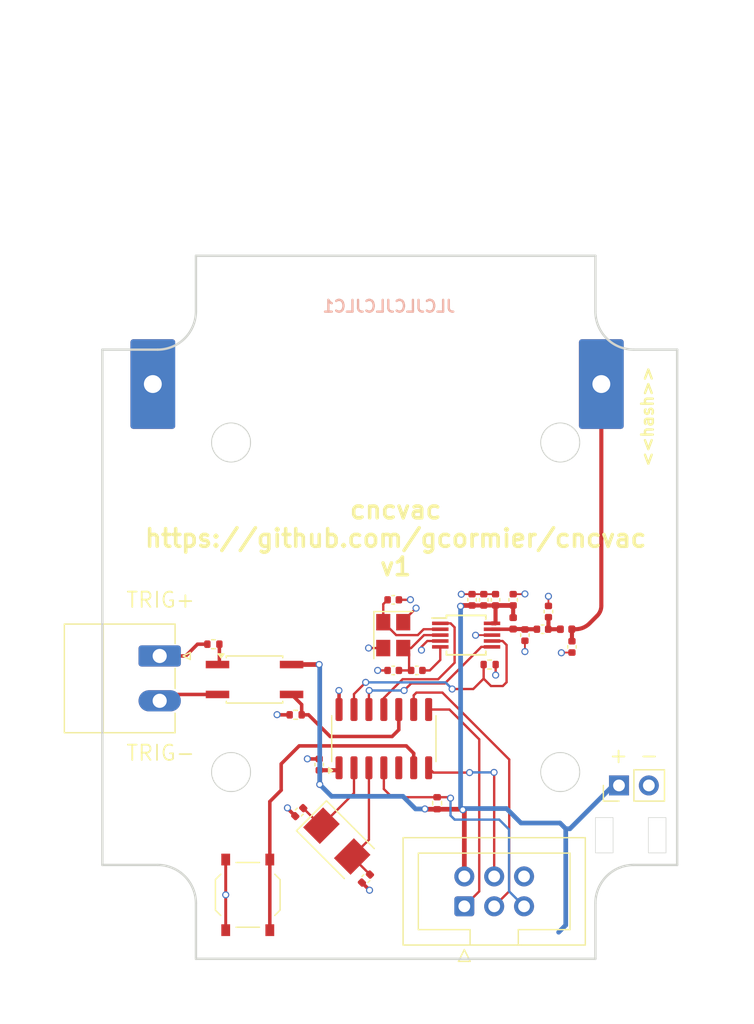
<source format=kicad_pcb>
(kicad_pcb (version 20240108) (generator "pcbnew") (generator_version "8.0")
  (layers (0 "F.Cu" signal) (1 "In1.Cu" signal) (2 "In2.Cu" signal) (31 "B.Cu" signal) (34 "B.Paste" user) (35 "F.Paste" user) (36 "B.SilkS" user "B.Silkscreen") (37 "F.SilkS" user "F.Silkscreen") (38 "B.Mask" user) (39 "F.Mask" user) (44 "Edge.Cuts" user))
  (net 0 "")
  (net 1 "VDD")
  (net 2 "Net-(C14-Pad1)")
  (net 3 "Net-(U1-XTAL1{slash}PB0)")
  (net 4 "Net-(U2-PAOUT)")
  (net 5 "/MISO")
  (net 6 "/SCK")
  (net 7 "/MOSI")
  (net 8 "/RST")
  (net 9 "/EN")
  (net 10 "/ASK")
  (net 11 "/FSK")
  (net 12 "Net-(U1-XTAL2{slash}PB1)")
  (net 13 "Net-(U2-XTLIN)")
  (net 14 "Net-(U2-XTLOUT)")
  (net 15 "Net-(U2-XTAL_MOD)")
  (net 16 "Net-(SW1-A)")
  (net 18 "GND")
  (net 19 "/TRIG+")
  (net 20 "/TRIG-")
  (net 21 "/EXT_TRIG")
  (net 22 "Net-(R4-Pad1)")
  (net 24 "Net-(AE1-Pad2)")
  (footprint "Connector_PinHeader_2.54mm:PinHeader_1x02_P2.54mm_Vertical" (layer "F.Cu") (at 77.519314 83.069377 90)
    (property "Reference" "BT1" (hide yes))
    (property "Value" "Battery")
    (fp_line (start -1.33 -1.33) (end 0 -1.33) (stroke (width 0.12)) (layer "F.SilkS"))
    (fp_line (start -1.33 0) (end -1.33 -1.33) (stroke (width 0.12)) (layer "F.SilkS"))
    (fp_line (start 1.33 1.27) (end 1.33 3.87) (stroke (width 0.12)) (layer "F.SilkS"))
    (fp_line (start -1.33 1.27) (end 1.33 1.27) (stroke (width 0.12)) (layer "F.SilkS"))
    (fp_line (start -1.33 1.27) (end -1.33 3.87) (stroke (width 0.12)) (layer "F.SilkS"))
    (fp_line (start -1.33 3.87) (end 1.33 3.87) (stroke (width 0.12)) (layer "F.SilkS"))
    (pad "1" thru_hole rect (at 0 0 90) (size 1.7 1.7) (drill 1) (layers "*.Cu" "*.Mask") (net 1 "VDD"))
    (pad "2" thru_hole oval (at 0 2.54 90) (size 1.7 1.7) (drill 1) (layers "*.Cu" "*.Mask") (net 18 "GND"))
  )
  (footprint "Capacitor_SMD:C_0402_1005Metric" (layer "F.Cu") (at 58.319314 73.298131 180)
    (property "Reference" "C9" (hide yes))
    (property "Value" "18pF")
    (fp_line (start -0.107836 0.36) (end 0.107836 0.36) (stroke (width 0.12)) (layer "F.SilkS"))
    (fp_line (start -0.107836 -0.36) (end 0.107836 -0.36) (stroke (width 0.12)) (layer "F.SilkS"))
    (pad "1" smd roundrect (at -0.48 0 180) (size 0.56 0.62) (layers "F.Cu" "F.Paste" "F.Mask") (net 14 "Net-(U2-XTLOUT)"))
    (pad "2" smd roundrect (at 0.48 0 180) (size 0.56 0.62) (layers "F.Cu" "F.Paste" "F.Mask") (net 18 "GND"))
  )
  (footprint "Capacitor_SMD:C_0402_1005Metric" (layer "F.Cu") (at 68.519314 67.298131 90)
    (property "Reference" "C12" (hide yes))
    (property "Value" "DNP")
    (fp_line (start -0.107836 -0.36) (end 0.107836 -0.36) (stroke (width 0.12)) (layer "F.SilkS"))
    (fp_line (start -0.107836 0.36) (end 0.107836 0.36) (stroke (width 0.12)) (layer "F.SilkS"))
    (pad "1" smd roundrect (at -0.48 0 90) (size 0.56 0.62) (layers "F.Cu" "F.Paste" "F.Mask") (net 1 "VDD"))
    (pad "2" smd roundrect (at 0.48 0 90) (size 0.56 0.62) (layers "F.Cu" "F.Paste" "F.Mask") (net 18 "GND"))
  )
  (footprint "Capacitor_SMD:C_0402_1005Metric" (layer "F.Cu") (at 69.519314 70.298131 -90)
    (property "Reference" "C11" (hide yes))
    (property "Value" "DNP")
    (fp_line (start -0.107836 0.36) (end 0.107836 0.36) (stroke (width 0.12)) (layer "F.SilkS"))
    (fp_line (start -0.107836 -0.36) (end 0.107836 -0.36) (stroke (width 0.12)) (layer "F.SilkS"))
    (pad "1" smd roundrect (at -0.48 0 270) (size 0.56 0.62) (layers "F.Cu" "F.Paste" "F.Mask") (net 4 "Net-(U2-PAOUT)"))
    (pad "2" smd roundrect (at 0.48 0 270) (size 0.56 0.62) (layers "F.Cu" "F.Paste" "F.Mask") (net 18 "GND"))
  )
  (footprint "Capacitor_SMD:C_0402_1005Metric" (layer "F.Cu") (at 71.019314 69.798131 180)
    (property "Reference" "C5" (hide yes))
    (property "Value" "10pF")
    (fp_line (start -0.107836 0.36) (end 0.107836 0.36) (stroke (width 0.12)) (layer "F.SilkS"))
    (fp_line (start -0.107836 -0.36) (end 0.107836 -0.36) (stroke (width 0.12)) (layer "F.SilkS"))
    (pad "1" smd roundrect (at -0.48 0 180) (size 0.56 0.62) (layers "F.Cu" "F.Paste" "F.Mask") (net 2 "Net-(C14-Pad1)"))
    (pad "2" smd roundrect (at 0.48 0 180) (size 0.56 0.62) (layers "F.Cu" "F.Paste" "F.Mask") (net 4 "Net-(U2-PAOUT)"))
  )
  (footprint "Capacitor_SMD:C_0402_1005Metric" (layer "F.Cu") (at 66.019314 67.298131 90)
    (property "Reference" "C10" (hide yes))
    (property "Value" "0.1uF 50V")
    (fp_line (start -0.107836 -0.36) (end 0.107836 -0.36) (stroke (width 0.12)) (layer "F.SilkS"))
    (fp_line (start -0.107836 0.36) (end 0.107836 0.36) (stroke (width 0.12)) (layer "F.SilkS"))
    (pad "1" smd roundrect (at -0.48 0 90) (size 0.56 0.62) (layers "F.Cu" "F.Paste" "F.Mask") (net 1 "VDD"))
    (pad "2" smd roundrect (at 0.48 0 90) (size 0.56 0.62) (layers "F.Cu" "F.Paste" "F.Mask") (net 18 "GND"))
  )
  (footprint "Inductor_SMD:L_0402_1005Metric" (layer "F.Cu") (at 68.519314 69.298131 90)
    (property "Reference" "L1" (hide yes))
    (property "Value" "470nH")
    (pad "1" smd roundrect (at -0.485 0 90) (size 0.59 0.64) (layers "F.Cu" "F.Paste" "F.Mask") (net 4 "Net-(U2-PAOUT)"))
    (pad "2" smd roundrect (at 0.485 0 90) (size 0.59 0.64) (layers "F.Cu" "F.Paste" "F.Mask") (net 1 "VDD"))
  )
  (footprint "Inductor_SMD:L_0402_1005Metric" (layer "F.Cu") (at 73.019314 69.798131)
    (property "Reference" "L2" (hide yes))
    (property "Value" "82nH")
    (pad "1" smd roundrect (at -0.485 0) (size 0.59 0.64) (layers "F.Cu" "F.Paste" "F.Mask") (net 2 "Net-(C14-Pad1)"))
    (pad "2" smd roundrect (at 0.485 0) (size 0.59 0.64) (layers "F.Cu" "F.Paste" "F.Mask") (net 24 "Net-(AE1-Pad2)"))
  )
  (footprint "Package_SO:MSOP-10_3x3mm_P0.5mm" (layer "F.Cu") (at 64.519314 70.298131)
    (property "Reference" "U2" (hide yes))
    (property "Value" "MICRF112YMM")
    (fp_line (start -1.675 -1.675) (end -1.675 -1.45) (stroke (width 0.15)) (layer "F.SilkS"))
    (fp_line (start -1.675 -1.675) (end 1.675 -1.675) (stroke (width 0.15)) (layer "F.SilkS"))
    (fp_line (start -1.675 -1.45) (end -2.9 -1.45) (stroke (width 0.15)) (layer "F.SilkS"))
    (fp_line (start -1.675 1.675) (end -1.675 1.375) (stroke (width 0.15)) (layer "F.SilkS"))
    (fp_line (start -1.675 1.675) (end 1.675 1.675) (stroke (width 0.15)) (layer "F.SilkS"))
    (fp_line (start 1.675 -1.675) (end 1.675 -1.375) (stroke (width 0.15)) (layer "F.SilkS"))
    (fp_line (start 1.675 1.675) (end 1.675 1.375) (stroke (width 0.15)) (layer "F.SilkS"))
    (pad "1" smd rect (at -2.2 -1) (size 1.4 0.3) (layers "F.Cu" "F.Paste" "F.Mask") (net 10 "/ASK"))
    (pad "2" smd rect (at -2.2 -0.5) (size 1.4 0.3) (layers "F.Cu" "F.Paste" "F.Mask") (net 13 "Net-(U2-XTLIN)"))
    (pad "3" smd rect (at -2.2 0) (size 1.4 0.3) (layers "F.Cu" "F.Paste" "F.Mask") (net 14 "Net-(U2-XTLOUT)"))
    (pad "4" smd rect (at -2.2 0.5) (size 1.4 0.3) (layers "F.Cu" "F.Paste" "F.Mask") (net 18 "GND"))
    (pad "5" smd rect (at -2.2 1) (size 1.4 0.3) (layers "F.Cu" "F.Paste" "F.Mask") (net 15 "Net-(U2-XTAL_MOD)"))
    (pad "6" smd rect (at 2.2 1) (size 1.4 0.3) (layers "F.Cu" "F.Paste" "F.Mask") (net 11 "/FSK"))
    (pad "7" smd rect (at 2.2 0.5) (size 1.4 0.3) (layers "F.Cu" "F.Paste" "F.Mask") (net 9 "/EN"))
    (pad "8" smd rect (at 2.2 0) (size 1.4 0.3) (layers "F.Cu" "F.Paste" "F.Mask") (net 18 "GND"))
    (pad "9" smd rect (at 2.2 -0.5) (size 1.4 0.3) (layers "F.Cu" "F.Paste" "F.Mask") (net 4 "Net-(U2-PAOUT)"))
    (pad "10" smd rect (at 2.2 -1) (size 1.4 0.3) (layers "F.Cu" "F.Paste" "F.Mask") (net 1 "VDD"))
  )
  (footprint "Resistor_SMD:R_0402_1005Metric" (layer "F.Cu") (at 66.519314 72.798131)
    (property "Reference" "R2" (hide yes))
    (property "Value" "100k")
    (fp_line (start -0.153641 -0.38) (end 0.153641 -0.38) (stroke (width 0.12)) (layer "F.SilkS"))
    (fp_line (start -0.153641 0.38) (end 0.153641 0.38) (stroke (width 0.12)) (layer "F.SilkS"))
    (pad "1" smd roundrect (at -0.51 0) (size 0.54 0.64) (layers "F.Cu" "F.Paste" "F.Mask") (net 9 "/EN"))
    (pad "2" smd roundrect (at 0.51 0) (size 0.54 0.64) (layers "F.Cu" "F.Paste" "F.Mask") (net 18 "GND"))
  )
  (footprint "Crystal:Crystal_SMD_3225-4Pin_3.2x2.5mm" (layer "F.Cu") (at 58.319314 70.298131 -90)
    (property "Reference" "Y1" (hide yes))
    (property "Value" "13.56MHz")
    (fp_line (start -2 1.65) (end 2 1.65) (stroke (width 0.12)) (layer "F.SilkS"))
    (fp_line (start -2 -1.65) (end -2 1.65) (stroke (width 0.12)) (layer "F.SilkS"))
    (pad "1" smd rect (at -1.1 0.85 270) (size 1.4 1.2) (layers "F.Cu" "F.Paste" "F.Mask") (net 13 "Net-(U2-XTLIN)"))
    (pad "2" smd rect (at 1.1 0.85 270) (size 1.4 1.2) (layers "F.Cu" "F.Paste" "F.Mask") (net 18 "GND"))
    (pad "3" smd rect (at 1.1 -0.85 270) (size 1.4 1.2) (layers "F.Cu" "F.Paste" "F.Mask") (net 14 "Net-(U2-XTLOUT)"))
    (pad "4" smd rect (at -1.1 -0.85 270) (size 1.4 1.2) (layers "F.Cu" "F.Paste" "F.Mask") (net 18 "GND"))
  )
  (footprint "Capacitor_SMD:C_0402_1005Metric" (layer "F.Cu") (at 73.519314 71.298131 -90)
    (property "Reference" "C7" (hide yes))
    (property "Value" "6.8pF")
    (fp_line (start -0.107836 0.36) (end 0.107836 0.36) (stroke (width 0.12)) (layer "F.SilkS"))
    (fp_line (start -0.107836 -0.36) (end 0.107836 -0.36) (stroke (width 0.12)) (layer "F.SilkS"))
    (pad "1" smd roundrect (at -0.48 0 270) (size 0.56 0.62) (layers "F.Cu" "F.Paste" "F.Mask") (net 24 "Net-(AE1-Pad2)"))
    (pad "2" smd roundrect (at 0.48 0 270) (size 0.56 0.62) (layers "F.Cu" "F.Paste" "F.Mask") (net 18 "GND"))
  )
  (footprint "Button_Switch_SMD:SW_Push_1P1T_XKB_TS-1187A" (layer "F.Cu") (at 45.944314 92.364377 -90)
    (property "Reference" "SW1" (hide yes))
    (property "Value" "SW_SPST")
    (fp_line (start -1.3 2.75) (end 1.3 2.75) (stroke (width 0.12)) (layer "F.SilkS"))
    (fp_line (start -1.75 2.3) (end -1.3 2.75) (stroke (width 0.12)) (layer "F.SilkS"))
    (fp_line (start 1.75 2.3) (end 1.3 2.75) (stroke (width 0.12)) (layer "F.SilkS"))
    (fp_line (start -2.75 -1) (end -2.75 1) (stroke (width 0.12)) (layer "F.SilkS"))
    (fp_line (start 2.75 -1) (end 2.75 1) (stroke (width 0.12)) (layer "F.SilkS"))
    (fp_line (start -1.75 -2.3) (end -1.3 -2.75) (stroke (width 0.12)) (layer "F.SilkS"))
    (fp_line (start 1.75 -2.3) (end 1.3 -2.75) (stroke (width 0.12)) (layer "F.SilkS"))
    (fp_line (start -1.3 -2.75) (end 1.3 -2.75) (stroke (width 0.12)) (layer "F.SilkS"))
    (pad "1" smd rect (at -3 -1.875 270) (size 1 0.75) (layers "F.Cu" "F.Paste" "F.Mask") (net 16 "Net-(SW1-A)"))
    (pad "1" smd rect (at 3 -1.875 270) (size 1 0.75) (layers "F.Cu" "F.Paste" "F.Mask") (net 16 "Net-(SW1-A)"))
    (pad "2" smd rect (at -3 1.875 270) (size 1 0.75) (layers "F.Cu" "F.Paste" "F.Mask") (net 18 "GND"))
    (pad "2" smd rect (at 3 1.875 270) (size 1 0.75) (layers "F.Cu" "F.Paste" "F.Mask") (net 18 "GND"))
  )
  (footprint "Crystal:Crystal_SMD_5032-2Pin_5.0x3.2mm" (layer "F.Cu") (at 53.519314 87.798131 -45)
    (property "Reference" "Y2" (hide yes))
    (property "Value" "8MHz")
    (fp_line (start -3.05 1.8) (end 2.7 1.8) (stroke (width 0.12)) (layer "F.SilkS"))
    (fp_line (start -3.05 -1.8) (end -3.05 1.8) (stroke (width 0.12)) (layer "F.SilkS"))
    (fp_line (start 2.7 -1.8) (end -3.05 -1.8) (stroke (width 0.12)) (layer "F.SilkS"))
    (pad "1" smd rect (at -1.850001 0 315) (size 2 2.4) (layers "F.Cu" "F.Paste" "F.Mask") (net 3 "Net-(U1-XTAL1{slash}PB0)"))
    (pad "2" smd rect (at 1.850001 0 315) (size 2 2.4) (layers "F.Cu" "F.Paste" "F.Mask") (net 12 "Net-(U1-XTAL2{slash}PB1)"))
  )
  (footprint "cncvac:ANT-433-HETH" (layer "F.Cu") (at 56.944314 49.019377)
    (property "Reference" "AE1" (hide yes))
    (property "Value" "ANTENNA")
    (pad "1" thru_hole roundrect (at -19.075 -0.05) (size 3.81 7.62) (drill 1.52) (layers "*.Cu" "*.Mask") (roundrect_rratio 0.0656167979))
    (pad "2" thru_hole roundrect (at 19.075 -0.05) (size 3.81 7.62) (drill 1.52) (layers "*.Cu" "*.Mask") (roundrect_rratio 0.0656167979) (net 24 "Net-(AE1-Pad2)"))
  )
  (footprint "Connector_IDC:IDC-Header_2x03_P2.54mm_Vertical" (layer "F.Cu") (at 64.364314 93.338131 90)
    (property "Reference" "J1" (hide yes))
    (property "Value" "AVR-ISP-6")
    (fp_line (start 5.83 -5.21) (end 5.83 10.29) (stroke (width 0.12)) (layer "F.SilkS"))
    (fp_line (start -3.29 -5.21) (end 5.83 -5.21) (stroke (width 0.12)) (layer "F.SilkS"))
    (fp_line (start 4.52 -3.91) (end 4.52 8.99) (stroke (width 0.12)) (layer "F.SilkS"))
    (fp_line (start -1.98 -3.91) (end 4.52 -3.91) (stroke (width 0.12)) (layer "F.SilkS"))
    (fp_line (start -4.68 -0.5) (end -4.68 0.5) (stroke (width 0.12)) (layer "F.SilkS"))
    (fp_line (start -3.68 0) (end -4.68 -0.5) (stroke (width 0.12)) (layer "F.SilkS"))
    (fp_line (start -1.98 0.49) (end -1.98 -3.91) (stroke (width 0.12)) (layer "F.SilkS"))
    (fp_line (start -3.29 0.49) (end -1.98 0.49) (stroke (width 0.12)) (layer "F.SilkS"))
    (fp_line (start -4.68 0.5) (end -3.68 0) (stroke (width 0.12)) (layer "F.SilkS"))
    (fp_line (start -1.98 4.59) (end -1.98 4.59) (stroke (width 0.12)) (layer "F.SilkS"))
    (fp_line (start -1.98 4.59) (end -3.29 4.59) (stroke (width 0.12)) (layer "F.SilkS"))
    (fp_line (start 4.52 8.99) (end -1.98 8.99) (stroke (width 0.12)) (layer "F.SilkS"))
    (fp_line (start -1.98 8.99) (end -1.98 4.59) (stroke (width 0.12)) (layer "F.SilkS"))
    (fp_line (start 5.83 10.29) (end -3.29 10.29) (stroke (width 0.12)) (layer "F.SilkS"))
    (fp_line (start -3.29 10.29) (end -3.29 -5.21) (stroke (width 0.12)) (layer "F.SilkS"))
    (pad "1" thru_hole roundrect (at 0 0 90) (size 1.7 1.7) (drill 1) (layers "*.Cu" "*.Mask") (roundrect_rratio 0.147059) (net 5 "/MISO"))
    (pad "2" thru_hole circle (at 2.54 0 90) (size 1.7 1.7) (drill 1) (layers "*.Cu" "*.Mask") (net 1 "VDD"))
    (pad "3" thru_hole circle (at 0 2.54 90) (size 1.7 1.7) (drill 1) (layers "*.Cu" "*.Mask") (net 6 "/SCK"))
    (pad "4" thru_hole circle (at 2.54 2.54 90) (size 1.7 1.7) (drill 1) (layers "*.Cu" "*.Mask") (net 7 "/MOSI"))
    (pad "5" thru_hole circle (at 0 5.08 90) (size 1.7 1.7) (drill 1) (layers "*.Cu" "*.Mask") (net 8 "/RST"))
    (pad "6" thru_hole circle (at 2.54 5.08 90) (size 1.7 1.7) (drill 1) (layers "*.Cu" "*.Mask") (net 18 "GND"))
  )
  (footprint "MountingHole:MountingHole_3.2mm_M3" (layer "F.Cu") (at 44.524648 81.933754 180)
    (property "Reference" "H3" (hide yes))
    (property "Value" "MountingHole")
    (pad "" np_thru_hole circle (at 0 0 180) (size 3.2 3.2) (drill 3.2) (layers "*.Cu" "*.Mask"))
  )
  (footprint "MountingHole:MountingHole_3.2mm_M3" (layer "F.Cu") (at 72.524648 53.933754 180)
    (property "Reference" "H1" (hide yes))
    (property "Value" "MountingHole")
    (pad "" np_thru_hole circle (at 0 0 180) (size 3.2 3.2) (drill 3.2) (layers "*.Cu" "*.Mask"))
  )
  (footprint "Resistor_SMD:R_0402_1005Metric" (layer "F.Cu") (at 50.019314 77.069377 180)
    (property "Reference" "R3" (hide yes))
    (property "Value" "100k")
    (fp_line (start -0.153641 0.38) (end 0.153641 0.38) (stroke (width 0.12)) (layer "F.SilkS"))
    (fp_line (start -0.153641 -0.38) (end 0.153641 -0.38) (stroke (width 0.12)) (layer "F.SilkS"))
    (pad "1" smd roundrect (at -0.51 0 180) (size 0.54 0.64) (layers "F.Cu" "F.Paste" "F.Mask") (net 21 "/EXT_TRIG"))
    (pad "2" smd roundrect (at 0.51 0 180) (size 0.54 0.64) (layers "F.Cu" "F.Paste" "F.Mask") (net 18 "GND"))
  )
  (footprint "Capacitor_SMD:C_0402_1005Metric" (layer "F.Cu") (at 65.019314 67.298131 90)
    (property "Reference" "C1" (hide yes))
    (property "Value" "10uF 6.3V")
    (fp_line (start -0.107836 -0.36) (end 0.107836 -0.36) (stroke (width 0.12)) (layer "F.SilkS"))
    (fp_line (start -0.107836 0.36) (end 0.107836 0.36) (stroke (width 0.12)) (layer "F.SilkS"))
    (pad "1" smd roundrect (at -0.48 0 90) (size 0.56 0.62) (layers "F.Cu" "F.Paste" "F.Mask") (net 1 "VDD"))
    (pad "2" smd roundrect (at 0.48 0 90) (size 0.56 0.62) (layers "F.Cu" "F.Paste" "F.Mask") (net 18 "GND"))
  )
  (footprint "Connector_Phoenix_MC:PhoenixContact_MC_1,5_2-G-3.81_1x02_P3.81mm_Horizontal" (layer "F.Cu") (at 38.451814 72.069377 -90)
    (property "Reference" "J2" (hide yes))
    (property "Value" "24VAC")
    (fp_line (start -2.71 8.11) (end 6.52 8.11) (stroke (width 0.12)) (layer "F.SilkS"))
    (fp_line (start 6.52 8.11) (end 6.52 -1.31) (stroke (width 0.12)) (layer "F.SilkS"))
    (fp_line (start -2.71 4.8) (end 6.52 4.8) (stroke (width 0.12)) (layer "F.SilkS"))
    (fp_line (start -2.71 -1.31) (end -2.71 8.11) (stroke (width 0.12)) (layer "F.SilkS"))
    (fp_line (start -2.71 -1.31) (end -1.05 -1.31) (stroke (width 0.12)) (layer "F.SilkS"))
    (fp_line (start 1.05 -1.31) (end 2.76 -1.31) (stroke (width 0.12)) (layer "F.SilkS"))
    (fp_line (start 6.52 -1.31) (end 4.86 -1.31) (stroke (width 0.12)) (layer "F.SilkS"))
    (fp_line (start 0 -2) (end -0.3 -2.6) (stroke (width 0.12)) (layer "F.SilkS"))
    (fp_line (start -0.3 -2.6) (end 0.3 -2.6) (stroke (width 0.12)) (layer "F.SilkS"))
    (fp_line (start 0.3 -2.6) (end 0 -2) (stroke (width 0.12)) (layer "F.SilkS"))
    (pad "1" thru_hole roundrect (at 0 0 270) (size 1.8 3.6) (drill 1.2) (layers "*.Cu" "*.Mask") (roundrect_rratio 0.138889) (net 19 "/TRIG+"))
    (pad "2" thru_hole oval (at 3.81 0 270) (size 1.8 3.6) (drill 1.2) (layers "*.Cu" "*.Mask") (net 20 "/TRIG-"))
  )
  (footprint "Package_SO:SO-4_4.4x3.6mm_P2.54mm" (layer "F.Cu") (at 46.519314 74.069377)
    (property "Reference" "U3" (hide yes))
    (property "Value" "LTV-357T")
    (fp_line (start -2.4 -2) (end 2.4 -2) (stroke (width 0.12)) (layer "F.SilkS"))
    (fp_line (start -2.4 -1.85) (end -2.4 -2) (stroke (width 0.12)) (layer "F.SilkS"))
    (fp_line (start -2.4 2) (end -2.4 1.85) (stroke (width 0.12)) (layer "F.SilkS"))
    (fp_line (start 2.4 -2) (end 2.4 -1.85) (stroke (width 0.12)) (layer "F.SilkS"))
    (fp_line (start 2.4 1.85) (end 2.4 2) (stroke (width 0.12)) (layer "F.SilkS"))
    (fp_line (start 2.4 2) (end -2.4 2) (stroke (width 0.12)) (layer "F.SilkS"))
    (fp_poly (pts (xy -2.85 -1.85) (xy -3.09 -2.18) (xy -2.61 -2.18) (xy -2.85 -1.85)) (stroke (width 0.12)) (fill solid) (layer "F.SilkS"))
    (pad "1" smd rect (at -3.15 -1.27) (size 2 0.64) (layers "F.Cu" "F.Paste" "F.Mask") (net 22 "Net-(R4-Pad1)"))
    (pad "2" smd rect (at -3.15 1.27) (size 2 0.64) (layers "F.Cu" "F.Paste" "F.Mask") (net 20 "/TRIG-"))
    (pad "3" smd rect (at 3.15 1.27) (size 2 0.64) (layers "F.Cu" "F.Paste" "F.Mask") (net 21 "/EXT_TRIG"))
    (pad "4" smd rect (at 3.15 -1.27) (size 2 0.64) (layers "F.Cu" "F.Paste" "F.Mask") (net 1 "VDD"))
  )
  (footprint "Capacitor_SMD:C_0402_1005Metric" (layer "F.Cu") (at 55.994188 90.980111 -135)
    (property "Reference" "C6" (hide yes))
    (property "Value" "22pF")
    (fp_line (start -0.107836 0.36) (end 0.107836 0.36) (stroke (width 0.12)) (layer "F.SilkS"))
    (fp_line (start -0.107836 -0.36) (end 0.107836 -0.36) (stroke (width 0.12)) (layer "F.SilkS"))
    (pad "1" smd roundrect (at -0.48 0 225) (size 0.56 0.62) (layers "F.Cu" "F.Paste" "F.Mask") (net 12 "Net-(U1-XTAL2{slash}PB1)"))
    (pad "2" smd roundrect (at 0.48 0 225) (size 0.56 0.62) (layers "F.Cu" "F.Paste" "F.Mask") (net 18 "GND"))
  )
  (footprint "Capacitor_SMD:C_0402_1005Metric" (layer "F.Cu") (at 58.319314 67.298131)
    (property "Reference" "C8" (hide yes))
    (property "Value" "18pF")
    (fp_line (start -0.107836 -0.36) (end 0.107836 -0.36) (stroke (width 0.12)) (layer "F.SilkS"))
    (fp_line (start -0.107836 0.36) (end 0.107836 0.36) (stroke (width 0.12)) (layer "F.SilkS"))
    (pad "1" smd roundrect (at -0.48 0) (size 0.56 0.62) (layers "F.Cu" "F.Paste" "F.Mask") (net 13 "Net-(U2-XTLIN)"))
    (pad "2" smd roundrect (at 0.48 0) (size 0.56 0.62) (layers "F.Cu" "F.Paste" "F.Mask") (net 18 "GND"))
  )
  (footprint "Resistor_SMD:R_0402_1005Metric" (layer "F.Cu") (at 62.051013 84.579648 -90)
    (property "Reference" "R1" (hide yes))
    (property "Value" "100k")
    (fp_line (start -0.153641 0.38) (end 0.153641 0.38) (stroke (width 0.12)) (layer "F.SilkS"))
    (fp_line (start -0.153641 -0.38) (end 0.153641 -0.38) (stroke (width 0.12)) (layer "F.SilkS"))
    (pad "1" smd roundrect (at -0.51 0 270) (size 0.54 0.64) (layers "F.Cu" "F.Paste" "F.Mask") (net 8 "/RST"))
    (pad "2" smd roundrect (at 0.51 0 270) (size 0.54 0.64) (layers "F.Cu" "F.Paste" "F.Mask") (net 1 "VDD"))
  )
  (footprint "Capacitor_SMD:C_0402_1005Metric" (layer "F.Cu") (at 60.319314 73.298131)
    (property "Reference" "C13" (hide yes))
    (property "Value" "10pF")
    (fp_line (start -0.107836 -0.36) (end 0.107836 -0.36) (stroke (width 0.12)) (layer "F.SilkS"))
    (fp_line (start -0.107836 0.36) (end 0.107836 0.36) (stroke (width 0.12)) (layer "F.SilkS"))
    (pad "1" smd roundrect (at -0.48 0) (size 0.56 0.62) (layers "F.Cu" "F.Paste" "F.Mask") (net 14 "Net-(U2-XTLOUT)"))
    (pad "2" smd roundrect (at 0.48 0) (size 0.56 0.62) (layers "F.Cu" "F.Paste" "F.Mask") (net 15 "Net-(U2-XTAL_MOD)"))
  )
  (footprint "Package_SO:SOIC-14_3.9x8.7mm_P1.27mm" (layer "F.Cu") (at 57.519314 79.094377 90)
    (property "Reference" "U1" (hide yes))
    (property "Value" "ATtiny841-SS")
    (fp_line (start 0 -4.435) (end 1.95 -4.435) (stroke (width 0.12)) (layer "F.SilkS"))
    (fp_line (start 0 -4.435) (end -1.95 -4.435) (stroke (width 0.12)) (layer "F.SilkS"))
    (fp_line (start 0 4.435) (end 1.95 4.435) (stroke (width 0.12)) (layer "F.SilkS"))
    (fp_line (start 0 4.435) (end -1.95 4.435) (stroke (width 0.12)) (layer "F.SilkS"))
    (fp_poly (pts (xy -2.7 -4.37) (xy -2.94 -4.7) (xy -2.46 -4.7) (xy -2.7 -4.37)) (stroke (width 0.12)) (fill solid) (layer "F.SilkS"))
    (pad "1" smd roundrect (at -2.475 -3.81 90) (size 1.95 0.6) (layers "F.Cu" "F.Paste" "F.Mask") (net 1 "VDD"))
    (pad "2" smd roundrect (at -2.475 -2.54 90) (size 1.95 0.6) (layers "F.Cu" "F.Paste" "F.Mask") (net 3 "Net-(U1-XTAL1{slash}PB0)"))
    (pad "3" smd roundrect (at -2.475 -1.27 90) (size 1.95 0.6) (layers "F.Cu" "F.Paste" "F.Mask") (net 12 "Net-(U1-XTAL2{slash}PB1)"))
    (pad "4" smd roundrect (at -2.475 0 90) (size 1.95 0.6) (layers "F.Cu" "F.Paste" "F.Mask") (net 8 "/RST"))
    (pad "5" smd roundrect (at -2.475 1.27 90) (size 1.95 0.6) (layers "F.Cu" "F.Paste" "F.Mask"))
    (pad "6" smd roundrect (at -2.475 2.54 90) (size 1.95 0.6) (layers "F.Cu" "F.Paste" "F.Mask") (net 16 "Net-(SW1-A)"))
    (pad "7" smd roundrect (at -2.475 3.81 90) (size 1.95 0.6) (layers "F.Cu" "F.Paste" "F.Mask") (net 7 "/MOSI"))
    (pad "8" smd roundrect (at 2.475 3.81 90) (size 1.95 0.6) (layers "F.Cu" "F.Paste" "F.Mask") (net 5 "/MISO"))
    (pad "9" smd roundrect (at 2.475 2.54 90) (size 1.95 0.6) (layers "F.Cu" "F.Paste" "F.Mask") (net 6 "/SCK"))
    (pad "10" smd roundrect (at 2.475 1.27 90) (size 1.95 0.6) (layers "F.Cu" "F.Paste" "F.Mask") (net 21 "/EXT_TRIG"))
    (pad "11" smd roundrect (at 2.475 0 90) (size 1.95 0.6) (layers "F.Cu" "F.Paste" "F.Mask") (net 10 "/ASK"))
    (pad "12" smd roundrect (at 2.475 -1.27 90) (size 1.95 0.6) (layers "F.Cu" "F.Paste" "F.Mask") (net 11 "/FSK"))
    (pad "13" smd roundrect (at 2.475 -2.54 90) (size 1.95 0.6) (layers "F.Cu" "F.Paste" "F.Mask") (net 9 "/EN"))
    (pad "14" smd roundrect (at 2.475 -3.81 90) (size 1.95 0.6) (layers "F.Cu" "F.Paste" "F.Mask") (net 18 "GND"))
  )
  (footprint "Capacitor_SMD:C_0402_1005Metric" (layer "F.Cu") (at 67.019314 67.298131 90)
    (property "Reference" "C2" (hide yes))
    (property "Value" "100pF 50V")
    (fp_line (start -0.107836 -0.36) (end 0.107836 -0.36) (stroke (width 0.12)) (layer "F.SilkS"))
    (fp_line (start -0.107836 0.36) (end 0.107836 0.36) (stroke (width 0.12)) (layer "F.SilkS"))
    (pad "1" smd roundrect (at -0.48 0 90) (size 0.56 0.62) (layers "F.Cu" "F.Paste" "F.Mask") (net 1 "VDD"))
    (pad "2" smd roundrect (at 0.48 0 90) (size 0.56 0.62) (layers "F.Cu" "F.Paste" "F.Mask") (net 18 "GND"))
  )
  (footprint "Capacitor_SMD:C_0402_1005Metric" (layer "F.Cu") (at 71.519314 68.298131 90)
    (property "Reference" "C14" (hide yes))
    (property "Value" "DNP")
    (fp_line (start -0.107836 -0.36) (end 0.107836 -0.36) (stroke (width 0.12)) (layer "F.SilkS"))
    (fp_line (start -0.107836 0.36) (end 0.107836 0.36) (stroke (width 0.12)) (layer "F.SilkS"))
    (pad "1" smd roundrect (at -0.48 0 90) (size 0.56 0.62) (layers "F.Cu" "F.Paste" "F.Mask") (net 2 "Net-(C14-Pad1)"))
    (pad "2" smd roundrect (at 0.48 0 90) (size 0.56 0.62) (layers "F.Cu" "F.Paste" "F.Mask") (net 18 "GND"))
  )
  (footprint "Capacitor_SMD:C_0402_1005Metric" (layer "F.Cu") (at 50.323192 85.337399 45)
    (property "Reference" "C4" (hide yes))
    (property "Value" "22pF")
    (fp_line (start -0.107836 -0.36) (end 0.107836 -0.36) (stroke (width 0.12)) (layer "F.SilkS"))
    (fp_line (start -0.107836 0.36) (end 0.107836 0.36) (stroke (width 0.12)) (layer "F.SilkS"))
    (pad "1" smd roundrect (at -0.48 0 45) (size 0.56 0.62) (layers "F.Cu" "F.Paste" "F.Mask") (net 18 "GND"))
    (pad "2" smd roundrect (at 0.48 0 45) (size 0.56 0.62) (layers "F.Cu" "F.Paste" "F.Mask") (net 3 "Net-(U1-XTAL1{slash}PB0)"))
  )
  (footprint "Capacitor_SMD:C_0402_1005Metric" (layer "F.Cu") (at 52.019314 81.298131 -90)
    (property "Reference" "C3" (hide yes))
    (property "Value" "0.1uF")
    (fp_line (start -0.107836 0.36) (end 0.107836 0.36) (stroke (width 0.12)) (layer "F.SilkS"))
    (fp_line (start -0.107836 -0.36) (end 0.107836 -0.36) (stroke (width 0.12)) (layer "F.SilkS"))
    (pad "1" smd roundrect (at -0.48 0 270) (size 0.56 0.62) (layers "F.Cu" "F.Paste" "F.Mask") (net 18 "GND"))
    (pad "2" smd roundrect (at 0.48 0 270) (size 0.56 0.62) (layers "F.Cu" "F.Paste" "F.Mask") (net 1 "VDD"))
  )
  (footprint "Resistor_SMD:R_0402_1005Metric" (layer "F.Cu") (at 43.019314 71.069377 180)
    (property "Reference" "R4" (hide yes))
    (property "Value" "1k")
    (fp_line (start -0.153641 0.38) (end 0.153641 0.38) (stroke (width 0.12)) (layer "F.SilkS"))
    (fp_line (start -0.153641 -0.38) (end 0.153641 -0.38) (stroke (width 0.12)) (layer "F.SilkS"))
    (pad "1" smd roundrect (at -0.51 0 180) (size 0.54 0.64) (layers "F.Cu" "F.Paste" "F.Mask") (net 22 "Net-(R4-Pad1)"))
    (pad "2" smd roundrect (at 0.51 0 180) (size 0.54 0.64) (layers "F.Cu" "F.Paste" "F.Mask") (net 19 "/TRIG+"))
  )
  (footprint "MountingHole:MountingHole_3.2mm_M3" (layer "F.Cu") (at 44.524648 53.933754 180)
    (property "Reference" "H4" (hide yes))
    (property "Value" "MountingHole")
    (pad "" np_thru_hole circle (at 0 0 180) (size 3.2 3.2) (drill 3.2) (layers "*.Cu" "*.Mask"))
  )
  (footprint "MountingHole:MountingHole_3.2mm_M3" (layer "F.Cu") (at 72.524648 81.933754 180)
    (property "Reference" "H2" (hide yes))
    (property "Value" "MountingHole")
    (pad "" np_thru_hole circle (at 0 0 180) (size 3.2 3.2) (drill 3.2) (layers "*.Cu" "*.Mask"))
  )
  (gr_circle (center 72.524648 81.933754) (end 72.524648 83.533754) (stroke (width 0.2)) (fill none) (layer "Edge.Cuts"))
  (gr_line (start 75.513919 38.069377) (end 75.513919 42.783754) (stroke (width 0.2)) (layer "Edge.Cuts"))
  (gr_line (start 75.513919 97.798131) (end 41.535377 97.798131) (stroke (width 0.2)) (layer "Edge.Cuts"))
  (gr_line (start 82.469314 89.823025) (end 78.774648 89.823025) (stroke (width 0.2)) (layer "Edge.Cuts"))
  (gr_line (start 78.774648 46.044483) (end 82.469314 46.044483) (stroke (width 0.2)) (layer "Edge.Cuts"))
  (gr_circle (center 72.524648 53.933754) (end 72.524648 55.533754) (stroke (width 0.2)) (fill none) (layer "Edge.Cuts"))
  (gr_line (start 33.574648 89.823025) (end 33.574648 46.044483) (stroke (width 0.2)) (layer "Edge.Cuts"))
  (gr_line (start 82.469314 46.044483) (end 82.469314 89.823025) (stroke (width 0.2)) (layer "Edge.Cuts"))
  (gr_arc (start 38.274648 89.823025) (mid 40.580311 90.778095) (end 41.535377 93.083754) (stroke (width 0.2)) (layer "Edge.Cuts"))
  (gr_line (start 38.274648 89.823025) (end 33.574648 89.823025) (stroke (width 0.2)) (layer "Edge.Cuts"))
  (gr_rect (start 80.019314 85.798131) (end 81.519314 88.798131) (stroke (width 0.05)) (fill none) (layer "Edge.Cuts"))
  (gr_line (start 41.535377 38.069377) (end 75.513919 38.069377) (stroke (width 0.2)) (layer "Edge.Cuts"))
  (gr_line (start 41.535377 97.798131) (end 41.535377 93.083754) (stroke (width 0.2)) (layer "Edge.Cuts"))
  (gr_arc (start 75.513919 93.083754) (mid 76.468953 90.778061) (end 78.774648 89.823025) (stroke (width 0.2)) (layer "Edge.Cuts"))
  (gr_arc (start 78.774648 46.044483) (mid 76.468973 45.089433) (end 75.513919 42.783754) (stroke (width 0.2)) (layer "Edge.Cuts"))
  (gr_circle (center 44.524648 81.933754) (end 44.524648 83.533754) (stroke (width 0.2)) (fill none) (layer "Edge.Cuts"))
  (gr_line (start 75.513919 93.083754) (end 75.513919 97.798131) (stroke (width 0.2)) (layer "Edge.Cuts"))
  (gr_line (start 41.535377 42.783754) (end 41.535377 38.069377) (stroke (width 0.2)) (layer "Edge.Cuts"))
  (gr_line (start 33.574648 46.044483) (end 38.274648 46.044483) (stroke (width 0.2)) (layer "Edge.Cuts"))
  (gr_rect (start 75.519314 85.798131) (end 77.019314 88.798131) (stroke (width 0.05)) (fill none) (layer "Edge.Cuts"))
  (gr_circle (center 44.524648 53.933754) (end 44.524648 55.533754) (stroke (width 0.2)) (fill none) (layer "Edge.Cuts"))
  (gr_arc (start 41.535377 42.783754) (mid 40.580331 45.089433) (end 38.274648 46.044483) (stroke (width 0.2)) (layer "Edge.Cuts"))
  (gr_text "JLCJLCJLCJLC1" (at 57.944314 42.364377 -0) (layer "B.SilkS") (effects (font (size 1 1) (thickness 0.2)) (justify mirror)))
  (gr_text "TRIG-" (at 35.524648 81.069377 0) (layer "F.SilkS") (effects (font (size 1.3 1.3)) (justify left bottom)))
  (gr_text "+ -" (at 76.580715 81.271233 0) (layer "F.SilkS") (effects (font (size 1.3 1.3)) (justify left bottom)))
  (gr_text "cncvac\nhttps://github.com/gcormier/cncvac\nv1" (at 58.524648 62.069377 0) (layer "F.SilkS") (effects (font (size 1.5 1.5) (thickness 0.3))))
  (gr_text "TRIG+" (at 35.524648 68.069377 0) (layer "F.SilkS") (effects (font (size 1.3 1.3)) (justify left bottom)))
  (gr_text "<<hash>>" (at 79.944314 47.364377 90) (layer "F.SilkS") (effects (font (size 1 1) (thickness 0.2)) (justify right)))
  (segment (start 52.06712 82.985581) (end 52.06712 81.825937) (width 0.4) (layer "F.Cu") (net 1))
  (segment (start 68.519314 68.813131) (end 68.519314 67.778131) (width 0.3493) (layer "F.Cu") (net 1))
  (segment (start 64.188638 85.089648) (end 62.051013 85.089648) (width 0.4) (layer "F.Cu") (net 1))
  (segment (start 52.06712 81.825937) (end 52.019314 81.778131) (width 0.4) (layer "F.Cu") (net 1))
  (segment (start 67.019314 69.298131) (end 66.719314 69.298131) (width 0.3493) (layer "F.Cu") (net 1))
  (segment (start 65.019314 67.778131) (end 64.047792 67.778131) (width 0.4) (layer "F.Cu") (net 1))
  (segment (start 65.019314 67.778131) (end 67.019314 67.778131) (width 0.3493) (layer "F.Cu") (net 1))
  (segment (start 67.019314 67.778131) (end 67.019314 69.298131) (width 0.3493) (layer "F.Cu") (net 1))
  (segment (start 61.030996 85.089648) (end 61.008799 85.067451) (width 0.4) (layer "F.Cu") (net 1))
  (segment (start 52.019314 81.778131) (end 53.50056 81.778131) (width 0.3493) (layer "F.Cu") (net 1))
  (segment (start 64.047792 67.778131) (end 64.047792 67.850335) (width 0.4) (layer "F.Cu") (net 1))
  (segment (start 62.051013 85.089648) (end 61.030996 85.089648) (width 0.4) (layer "F.Cu") (net 1))
  (segment (start 67.019314 67.778131) (end 68.519314 67.778131) (width 0.4) (layer "F.Cu") (net 1))
  (segment (start 64.235838 85.136848) (end 64.188638 85.089648) (width 0.4) (layer "F.Cu") (net 1))
  (segment (start 64.364314 85.265324) (end 64.364314 90.798131) (width 0.4) (layer "F.Cu") (net 1))
  (segment (start 52.014907 72.795933) (end 49.672758 72.795933) (width 0.4) (layer "F.Cu") (net 1))
  (segment (start 53.50056 81.778131) (end 53.709314 81.569377) (width 0.3493) (layer "F.Cu") (net 1))
  (segment (start 49.672758 72.795933) (end 49.669314 72.799377) (width 0.4) (layer "F.Cu") (net 1))
  (segment (start 64.235838 85.136848) (end 64.364314 85.265324) (width 0.4) (layer "F.Cu") (net 1))
  (via (at 52.06712 82.985581) (size 0.6) (drill 0.4) (layers "F.Cu" "B.Cu") (net 1))
  (via (at 61.008799 85.067451) (size 0.6) (drill 0.4) (layers "F.Cu" "B.Cu") (net 1))
  (via (at 64.235838 85.136848) (size 0.6) (drill 0.4) (layers "F.Cu" "B.Cu") (net 1))
  (via (at 64.047792 67.850335) (size 0.6) (drill 0.4) (layers "F.Cu" "B.Cu") (net 1))
  (via (at 52.014907 72.795933) (size 0.6) (drill 0.4) (layers "F.Cu" "B.Cu") (net 1))
  (segment (start 64.235838 85.136848) (end 64.339987 85.032699) (width 0.4) (layer "B.Cu") (net 1))
  (segment (start 77.025913 83.069377) (end 73.347077 86.748213) (width 0.4) (layer "B.Cu") (net 1))
  (segment (start 64.339987 85.032699) (end 67.954384 85.032699) (width 0.4) (layer "B.Cu") (net 1))
  (segment (start 59.145066 83.99236) (end 53.073899 83.99236) (width 0.4) (layer "B.Cu") (net 1))
  (segment (start 69.183288 86.261603) (end 72.505658 86.261603) (width 0.4) (layer "B.Cu") (net 1))
  (segment (start 64.047792 84.948802) (end 64.047792 67.850335) (width 0.4) (layer "B.Cu") (net 1))
  (segment (start 52.06712 72.848146) (end 52.06712 82.985581) (width 0.4) (layer "B.Cu") (net 1))
  (segment (start 72.505658 86.261603) (end 72.992268 86.748213) (width 0.4) (layer "B.Cu") (net 1))
  (segment (start 73.347077 86.748213) (end 72.992268 86.748213) (width 0.4) (layer "B.Cu") (net 1))
  (segment (start 77.519314 83.069377) (end 77.025913 83.069377) (width 0.4) (layer "B.Cu") (net 1))
  (segment (start 72.992268 94.936683) (end 72.388201 95.54075) (width 0.4) (layer "B.Cu") (net 1))
  (segment (start 72.992268 86.748213) (end 72.992268 94.936683) (width 0.4) (layer "B.Cu") (net 1))
  (segment (start 67.954384 85.032699) (end 69.183288 86.261603) (width 0.4) (layer "B.Cu") (net 1))
  (segment (start 60.220157 85.067451) (end 59.145066 83.99236) (width 0.4) (layer "B.Cu") (net 1))
  (segment (start 52.014907 72.795933) (end 52.06712 72.848146) (width 0.4) (layer "B.Cu") (net 1))
  (segment (start 64.235838 85.136848) (end 64.047792 84.948802) (width 0.4) (layer "B.Cu") (net 1))
  (segment (start 53.073899 83.99236) (end 52.06712 82.985581) (width 0.4) (layer "B.Cu") (net 1))
  (segment (start 61.008799 85.067451) (end 60.220157 85.067451) (width 0.4) (layer "B.Cu") (net 1))
  (segment (start 71.499314 69.798131) (end 72.534314 69.798131) (width 0.3493) (layer "F.Cu") (net 2))
  (segment (start 71.519314 69.798131) (end 71.499314 69.798131) (width 0.3493) (layer "F.Cu") (net 2))
  (segment (start 71.519314 68.778131) (end 71.519314 69.798131) (width 0.3493) (layer "F.Cu") (net 2))
  (segment (start 54.979314 83.721835) (end 54.979314 81.569377) (width 0.2) (layer "F.Cu") (net 3))
  (segment (start 52.154598 86.489983) (end 52.211166 86.489983) (width 0.2) (layer "F.Cu") (net 3))
  (segment (start 50.662603 84.997988) (end 52.154598 86.489983) (width 0.2) (layer "F.Cu") (net 3))
  (segment (start 52.211166 86.489983) (end 54.979314 83.721835) (width 0.2) (layer "F.Cu") (net 3))
  (segment (start 68.519314 69.798131) (end 68.519314 69.783131) (width 0.3) (layer "F.Cu") (net 4))
  (segment (start 69.519314 69.783131) (end 69.519314 69.818131) (width 0.3493) (layer "F.Cu") (net 4))
  (segment (start 68.519314 69.783131) (end 69.519314 69.783131) (width 0.3493) (layer "F.Cu") (net 4))
  (segment (start 69.519314 69.798131) (end 69.519314 69.818131) (width 0.3493) (layer "F.Cu") (net 4))
  (segment (start 66.719314 69.798131) (end 68.519314 69.798131) (width 0.3) (layer "F.Cu") (net 4))
  (segment (start 70.539314 69.798131) (end 69.519314 69.798131) (width 0.3493) (layer "F.Cu") (net 4))
  (segment (start 61.329314 76.619377) (end 63.098347 76.619377) (width 0.2) (layer "F.Cu") (net 5))
  (segment (start 65.634092 92.068353) (end 64.364314 93.338131) (width 0.2) (layer "F.Cu") (net 5))
  (segment (start 63.098347 76.619377) (end 65.634092 79.155122) (width 0.2) (layer "F.Cu") (net 5))
  (segment (start 65.634092 79.155122) (end 65.634092 92.068353) (width 0.2) (layer "F.Cu") (net 5))
  (segment (start 62.498785 75.180351) (end 68.184599 80.866165) (width 0.2) (layer "F.Cu") (net 6))
  (segment (start 60.059314 76.619377) (end 60.059314 75.412196) (width 0.2) (layer "F.Cu") (net 6))
  (segment (start 68.184599 92.057846) (end 66.904314 93.338131) (width 0.2) (layer "F.Cu") (net 6))
  (segment (start 60.291159 75.180351) (end 62.498785 75.180351) (width 0.2) (layer "F.Cu") (net 6))
  (segment (start 60.059314 75.412196) (end 60.291159 75.180351) (width 0.2) (layer "F.Cu") (net 6))
  (segment (start 68.184599 80.866165) (end 68.184599 92.057846) (width 0.2) (layer "F.Cu") (net 6))
  (segment (start 61.736668 81.976731) (end 61.329314 81.569377) (width 0.2) (layer "F.Cu") (net 7))
  (segment (start 64.811889 81.976731) (end 61.736668 81.976731) (width 0.2) (layer "F.Cu") (net 7))
  (segment (start 66.904314 90.798131) (end 66.904314 81.971699) (width 0.2) (layer "F.Cu") (net 7))
  (segment (start 66.904314 81.971699) (end 66.892566 81.959951) (width 0.2) (layer "F.Cu") (net 7))
  (via (at 64.811889 81.976731) (size 0.6) (drill 0.4) (layers "F.Cu" "B.Cu") (net 7))
  (via (at 66.892566 81.959951) (size 0.6) (drill 0.4) (layers "F.Cu" "B.Cu") (net 7))
  (segment (start 64.828669 81.959951) (end 64.811889 81.976731) (width 0.2) (layer "B.Cu") (net 7))
  (segment (start 66.892566 81.959951) (end 64.828669 81.959951) (width 0.2) (layer "B.Cu") (net 7))
  (segment (start 63.190154 84.146277) (end 63.113525 84.069648) (width 0.2) (layer "F.Cu") (net 8))
  (segment (start 57.519314 83.373388) (end 57.519314 81.569377) (width 0.2) (layer "F.Cu") (net 8))
  (segment (start 62.051013 84.069648) (end 58.215574 84.069648) (width 0.2) (layer "F.Cu") (net 8))
  (segment (start 63.113525 84.069648) (end 62.051013 84.069648) (width 0.2) (layer "F.Cu") (net 8))
  (segment (start 58.215574 84.069648) (end 57.519314 83.373388) (width 0.2) (layer "F.Cu") (net 8))
  (via (at 63.190154 84.146277) (size 0.6) (drill 0.4) (layers "F.Cu" "B.Cu") (net 8))
  (segment (start 63.190154 85.621179) (end 63.542527 85.973552) (width 0.2) (layer "B.Cu") (net 8))
  (segment (start 68.16782 86.806644) (end 68.16782 92.061637) (width 0.2) (layer "B.Cu") (net 8))
  (segment (start 68.16782 92.061637) (end 69.444314 93.338131) (width 0.2) (layer "B.Cu") (net 8))
  (segment (start 67.334728 85.973552) (end 68.16782 86.806644) (width 0.2) (layer "B.Cu") (net 8))
  (segment (start 63.542527 85.973552) (end 67.334728 85.973552) (width 0.2) (layer "B.Cu") (net 8))
  (segment (start 63.190154 84.146277) (end 63.190154 85.621179) (width 0.2) (layer "B.Cu") (net 8))
  (segment (start 67.619314 70.798131) (end 66.719314 70.798131) (width 0.2) (layer "F.Cu") (net 9))
  (segment (start 63.328519 74.876321) (end 65.125806 74.876321) (width 0.2) (layer "F.Cu") (net 9))
  (segment (start 54.979314 75.307863) (end 55.974447 74.31273) (width 0.2) (layer "F.Cu") (net 9))
  (segment (start 66.009314 73.992813) (end 66.009314 72.798131) (width 0.2) (layer "F.Cu") (net 9))
  (segment (start 66.009314 73.999829) (end 66.632247 74.622762) (width 0.2) (layer "F.Cu") (net 9))
  (segment (start 67.959703 71.13852) (end 67.619314 70.798131) (width 0.2) (layer "F.Cu") (net 9))
  (segment (start 66.632247 74.622762) (end 67.639025 74.622762) (width 0.2) (layer "F.Cu") (net 9))
  (segment (start 66.009314 73.992813) (end 66.009314 73.999829) (width 0.2) (layer "F.Cu") (net 9))
  (segment (start 67.959703 74.302084) (end 67.959703 71.13852) (width 0.2) (layer "F.Cu") (net 9))
  (segment (start 67.639025 74.622762) (end 67.959703 74.302084) (width 0.2) (layer "F.Cu") (net 9))
  (segment (start 54.979314 76.619377) (end 54.979314 75.307863) (width 0.2) (layer "F.Cu") (net 9))
  (segment (start 65.125806 74.876321) (end 66.009314 73.992813) (width 0.2) (layer "F.Cu") (net 9))
  (via (at 63.328519 74.876321) (size 0.6) (drill 0.4) (layers "F.Cu" "B.Cu") (net 9))
  (via (at 55.974447 74.31273) (size 0.6) (drill 0.4) (layers "F.Cu" "B.Cu") (net 9))
  (segment (start 55.974447 74.31273) (end 62.764928 74.31273) (width 0.2) (layer "B.Cu") (net 9))
  (segment (start 62.764928 74.31273) (end 63.328519 74.876321) (width 0.2) (layer "B.Cu") (net 9))
  (segment (start 57.519314 76.619377) (end 57.519314 75.644378) (width 0.2) (layer "F.Cu") (net 10))
  (segment (start 63.197197 69.298131) (end 62.319314 69.298131) (width 0.2) (layer "F.Cu") (net 10))
  (segment (start 57.519314 75.644378) (end 59.115167 74.048525) (width 0.2) (layer "F.Cu") (net 10))
  (segment (start 59.115167 74.048525) (end 62.136226 74.048525) (width 0.2) (layer "F.Cu") (net 10))
  (segment (start 62.136226 74.048525) (end 63.537333 72.647418) (width 0.2) (layer "F.Cu") (net 10))
  (segment (start 63.537333 72.647418) (end 63.537333 69.638267) (width 0.2) (layer "F.Cu") (net 10))
  (segment (start 63.537333 69.638267) (end 63.197197 69.298131) (width 0.2) (layer "F.Cu") (net 10))
  (segment (start 62.707644 74.400925) (end 65.810438 71.298131) (width 0.2) (layer "F.Cu") (net 11))
  (segment (start 59.241742 75.003101) (end 59.843918 74.400925) (width 0.2) (layer "F.Cu") (net 11))
  (segment (start 56.249314 75.027395) (end 56.273608 75.003101) (width 0.2) (layer "F.Cu") (net 11))
  (segment (start 56.249314 76.619377) (end 56.249314 75.027395) (width 0.2) (layer "F.Cu") (net 11))
  (segment (start 65.810438 71.298131) (end 66.719314 71.298131) (width 0.2) (layer "F.Cu") (net 11))
  (segment (start 59.843918 74.400925) (end 62.707644 74.400925) (width 0.2) (layer "F.Cu") (net 11))
  (via (at 59.241742 75.003101) (size 0.6) (drill 0.4) (layers "F.Cu" "B.Cu") (net 11))
  (via (at 56.273608 75.003101) (size 0.6) (drill 0.4) (layers "F.Cu" "B.Cu") (net 11))
  (segment (start 59.241742 75.003101) (end 56.273608 75.003101) (width 0.2) (layer "B.Cu") (net 11))
  (segment (start 54.827462 89.106279) (end 56.249314 87.684427) (width 0.2) (layer "F.Cu") (net 12))
  (segment (start 56.249314 87.684427) (end 56.249314 81.569377) (width 0.2) (layer "F.Cu") (net 12))
  (segment (start 54.827462 89.134563) (end 54.827462 89.106279) (width 0.2) (layer "F.Cu") (net 12))
  (segment (start 56.333599 90.6407) (end 54.827462 89.134563) (width 0.2) (layer "F.Cu") (net 12))
  (segment (start 57.469314 69.198131) (end 57.469314 67.668131) (width 0.2) (layer "F.Cu") (net 13))
  (segment (start 57.469314 69.198131) (end 58.56945 70.298267) (width 0.2) (layer "F.Cu") (net 13))
  (segment (start 58.56945 70.298267) (end 60.405131 70.298267) (width 0.2) (layer "F.Cu") (net 13))
  (segment (start 60.405131 70.298267) (end 60.905267 69.798131) (width 0.2) (layer "F.Cu") (net 13))
  (segment (start 57.469314 67.668131) (end 57.839314 67.298131) (width 0.2) (layer "F.Cu") (net 13))
  (segment (start 60.905267 69.798131) (end 62.319314 69.798131) (width 0.2) (layer "F.Cu") (net 13))
  (segment (start 59.169314 71.398131) (end 59.834402 71.398131) (width 0.2) (layer "F.Cu") (net 14))
  (segment (start 59.834402 71.398131) (end 60.934402 70.298131) (width 0.2) (layer "F.Cu") (net 14))
  (segment (start 59.169314 71.398131) (end 59.66696 71.895777) (width 0.2) (layer "F.Cu") (net 14))
  (segment (start 58.799314 73.298131) (end 59.839314 73.298131) (width 0.2) (layer "F.Cu") (net 14))
  (segment (start 60.934402 70.298131) (end 62.319314 70.298131) (width 0.2) (layer "F.Cu") (net 14))
  (segment (start 59.66696 71.895777) (end 59.66696 73.125777) (width 0.2) (layer "F.Cu") (net 14))
  (segment (start 59.66696 73.125777) (end 59.839314 73.298131) (width 0.2) (layer "F.Cu") (net 14))
  (segment (start 60.799314 73.298131) (end 61.429542 73.298131) (width 0.2) (layer "F.Cu") (net 15))
  (segment (start 62.319314 72.408359) (end 62.319314 71.298131) (width 0.2) (layer "F.Cu") (net 15))
  (segment (start 61.429542 73.298131) (end 62.319314 72.408359) (width 0.2) (layer "F.Cu") (net 15))
  (segment (start 50.317002 79.70915) (end 48.786854 81.239298) (width 0.3) (layer "F.Cu") (net 16))
  (segment (start 47.819314 95.364377) (end 47.819314 89.364377) (width 0.3) (layer "F.Cu") (net 16))
  (segment (start 47.819314 84.438532) (end 47.819314 89.364377) (width 0.3) (layer "F.Cu") (net 16))
  (segment (start 59.425921 79.70915) (end 50.317002 79.70915) (width 0.3) (layer "F.Cu") (net 16))
  (segment (start 48.786854 81.239298) (end 48.786854 83.470992) (width 0.3) (layer "F.Cu") (net 16))
  (segment (start 48.786854 83.470992) (end 47.819314 84.438532) (width 0.3) (layer "F.Cu") (net 16))
  (segment (start 60.059314 80.342543) (end 59.425921 79.70915) (width 0.3) (layer "F.Cu") (net 16))
  (segment (start 60.059314 81.569377) (end 60.059314 80.342543) (width 0.3) (layer "F.Cu") (net 16))
  (segment (start 68.519314 66.818131) (end 69.519314 66.818131) (width 0.1524) (layer "F.Cu") (net 18))
  (segment (start 61.214967 70.798131) (end 62.319314 70.798131) (width 0.2) (layer "F.Cu") (net 18))
  (segment (start 49.509314 77.069377) (end 48.446661 77.069377) (width 0.3) (layer "F.Cu") (net 18))
  (segment (start 65.019314 66.818131) (end 64.107454 66.818131) (width 0.1524) (layer "F.Cu") (net 18))
  (segment (start 66.719314 70.298131) (end 65.323046 70.298131) (width 0.1524) (layer "F.Cu") (net 18))
  (segment (start 67.029314 72.798131) (end 67.029314 73.693044) (width 0.2) (layer "F.Cu") (net 18))
  (segment (start 60.718922 71.572595) (end 60.718922 71.294176) (width 0.2) (layer "F.Cu") (net 18))
  (segment (start 58.799314 67.298131) (end 59.769676 67.298131) (width 0.2) (layer "F.Cu") (net 18))
  (segment (start 56.301959 91.966705) (end 56.301959 91.96958) (width 0.3) (layer "F.Cu") (net 18))
  (segment (start 48.446661 77.069377) (end 48.435249 77.057965) (width 0.3) (layer "F.Cu") (net 18))
  (segment (start 55.654777 91.319522) (end 56.301959 91.966705) (width 0.3) (layer "F.Cu") (net 18))
  (segment (start 56.995169 73.298131) (end 56.993269 73.296231) (width 0.2) (layer "F.Cu") (net 18))
  (segment (start 51.02084 80.818131) (end 51.013721 80.811012) (width 0.3) (layer "F.Cu") (net 18))
  (segment (start 67.029314 73.693044) (end 67.029313 73.693045) (width 0.2) (layer "F.Cu") (net 18))
  (segment (start 60.718922 71.294176) (end 61.214967 70.798131) (width 0.2) (layer "F.Cu") (net 18))
  (segment (start 44.069314 95.364377) (end 44.069314 89.364377) (width 0.25) (layer "F.Cu") (net 18))
  (segment (start 72.619314 71.778131) (end 72.619314 71.798131) (width 0.1524) (layer "F.Cu") (net 18))
  (segment (start 49.983781 85.67681) (end 49.320063 85.013092) (width 0.3) (layer "F.Cu") (net 18))
  (segment (start 57.469314 71.398131) (end 56.224999 71.398131) (width 0.2) (layer "F.Cu") (net 18))
  (segment (start 64.107454 66.818131) (end 64.107454 66.824912) (width 0.1524) (layer "F.Cu") (net 18))
  (segment (start 53.709314 75.016102) (end 53.698465 75.005253) (width 0.3) (layer "F.Cu") (net 18))
  (segment (start 56.224999 71.398131) (end 56.221405 71.394537) (width 0.2) (layer "F.Cu") (net 18))
  (segment (start 59.769676 67.298131) (end 59.778691 67.289116) (width 0.2) (layer "F.Cu") (net 18))
  (segment (start 59.169314 69.198131) (end 59.169314 69.095441) (width 0.2) (layer "F.Cu") (net 18))
  (segment (start 49.320063 85.013092) (end 49.320063 84.977136) (width 0.3) (layer "F.Cu") (net 18))
  (segment (start 59.169314 69.095441) (end 60.259708 68.005047) (width 0.2) (layer "F.Cu") (net 18))
  (segment (start 71.519314 67.818131) (end 71.519314 66.998131) (width 0.1524) (layer "F.Cu") (net 18))
  (segment (start 69.519314 70.778131) (end 69.519314 71.698131) (width 0.1524) (layer "F.Cu") (net 18))
  (segment (start 52.019314 80.818131) (end 51.02084 80.818131) (width 0.3) (layer "F.Cu") (net 18))
  (segment (start 73.519314 71.778131) (end 72.619314 71.778131) (width 0.1524) (layer "F.Cu") (net 18))
  (segment (start 67.019314 66.818131) (end 65.019314 66.818131) (width 0.1524) (layer "F.Cu") (net 18))
  (segment (start 65.323046 70.298131) (end 65.323046 70.307622) (width 0.1524) (layer "F.Cu") (net 18))
  (segment (start 57.839314 73.298131) (end 56.995169 73.298131) (width 0.2) (layer "F.Cu") (net 18))
  (segment (start 53.709314 76.619377) (end 53.709314 75.016102) (width 0.3) (layer "F.Cu") (net 18))
  (segment (start 69.519314 66.818131) (end 69.519314 66.798131) (width 0.1524) (layer "F.Cu") (net 18))
  (via (at 51.013721 80.811012) (size 0.6) (drill 0.4) (layers "F.Cu" "B.Cu") (net 18))
  (via (at 53.698465 75.005253) (size 0.6) (drill 0.4) (layers "F.Cu" "B.Cu") (net 18))
  (via (at 60.718922 71.572595) (size 0.6) (drill 0.4) (layers "F.Cu" "B.Cu") (net 18))
  (via (at 69.519314 71.698131) (size 0.6) (drill 0.4) (layers "F.Cu" "B.Cu") (net 18))
  (via (at 60.259708 68.005047) (size 0.6) (drill 0.4) (layers "F.Cu" "B.Cu") (net 18))
  (via (at 69.519314 66.798131) (size 0.6) (drill 0.4) (layers "F.Cu" "B.Cu") (net 18))
  (via (at 59.778691 67.289116) (size 0.6) (drill 0.4) (layers "F.Cu" "B.Cu") (net 18))
  (via (at 67.029313 73.693045) (size 0.6) (drill 0.4) (layers "F.Cu" "B.Cu") (net 18))
  (via (at 49.320063 84.977136) (size 0.6) (drill 0.4) (layers "F.Cu" "B.Cu") (net 18))
  (via (at 56.221405 71.394537) (size 0.6) (drill 0.4) (layers "F.Cu" "B.Cu") (net 18))
  (via (at 65.323046 70.307622) (size 0.6) (drill 0.4) (layers "F.Cu" "B.Cu") (net 18))
  (via (at 56.301959 91.96958) (size 0.6) (drill 0.4) (layers "F.Cu" "B.Cu") (net 18))
  (via (at 72.619314 71.798131) (size 0.6) (drill 0.4) (layers "F.Cu" "B.Cu") (net 18))
  (via (at 56.993269 73.296231) (size 0.6) (drill 0.4) (layers "F.Cu" "B.Cu") (net 18))
  (via (at 64.107454 66.824912) (size 0.6) (drill 0.4) (layers "F.Cu" "B.Cu") (net 18))
  (via (at 48.435249 77.057965) (size 0.6) (drill 0.4) (layers "F.Cu" "B.Cu") (net 18))
  (via (at 71.519314 66.998131) (size 0.6) (drill 0.4) (layers "F.Cu" "B.Cu") (net 18))
  (via (at 44.069314 92.364377) (size 0.6) (drill 0.4) (layers "F.Cu" "B.Cu") (net 18))
  (segment (start 38.451814 72.069377) (end 40.671302 72.069377) (width 0.3) (layer "F.Cu") (net 19))
  (segment (start 40.671302 72.069377) (end 41.671302 71.069377) (width 0.3) (layer "F.Cu") (net 19))
  (segment (start 41.671302 71.069377) (end 42.509314 71.069377) (width 0.3) (layer "F.Cu") (net 19))
  (segment (start 43.369314 75.339377) (end 38.991814 75.339377) (width 0.3) (layer "F.Cu") (net 20))
  (segment (start 38.991814 75.339377) (end 38.451814 75.879377) (width 0.3) (layer "F.Cu") (net 20))
  (segment (start 52.954568 78.90932) (end 58.223379 78.90932) (width 0.3) (layer "F.Cu") (net 21))
  (segment (start 58.789314 78.343385) (end 58.789314 76.619377) (width 0.3) (layer "F.Cu") (net 21))
  (segment (start 58.223379 78.90932) (end 58.789314 78.343385) (width 0.3) (layer "F.Cu") (net 21))
  (segment (start 50.529314 77.069377) (end 51.114625 77.069377) (width 0.3) (layer "F.Cu") (net 21))
  (segment (start 50.529314 76.199377) (end 49.669314 75.339377) (width 0.3) (layer "F.Cu") (net 21))
  (segment (start 51.114625 77.069377) (end 52.954568 78.90932) (width 0.3) (layer "F.Cu") (net 21))
  (segment (start 50.529314 77.069377) (end 50.529314 76.199377) (width 0.3) (layer "F.Cu") (net 21))
  (segment (start 43.529314 71.069377) (end 43.529314 72.639377) (width 0.3) (layer "F.Cu") (net 22))
  (segment (start 43.529314 72.639377) (end 43.369314 72.799377) (width 0.3) (layer "F.Cu") (net 22))
  (segment (start 73.519314 69.798131) (end 73.504314 69.798131) (width 0.3493) (layer "F.Cu") (net 24))
  (segment (start 76.019314 67.798131) (end 76.019314 48.969377) (width 0.3493) (layer "F.Cu") (net 24))
  (segment (start 75.019314 69.298131) (end 75.66576 68.651685) (width 0.3493) (layer "F.Cu") (net 24))
  (segment (start 73.504314 69.798131) (end 73.812208 69.798131) (width 0.3493) (layer "F.Cu") (net 24))
  (segment (start 73.519314 70.818131) (end 73.519314 69.798131) (width 0.3493) (layer "F.Cu") (net 24))
  (arc (start 73.812208 69.798131) (mid 74.465489 69.668185) (end 75.019314 69.298131) (width 0.3493) (layer "F.Cu") (net 24))
  (arc (start 75.66576 68.651685) (mid 75.927428 68.260071) (end 76.019314 67.798131) (width 0.3493) (layer "F.Cu") (net 24))
)
</source>
